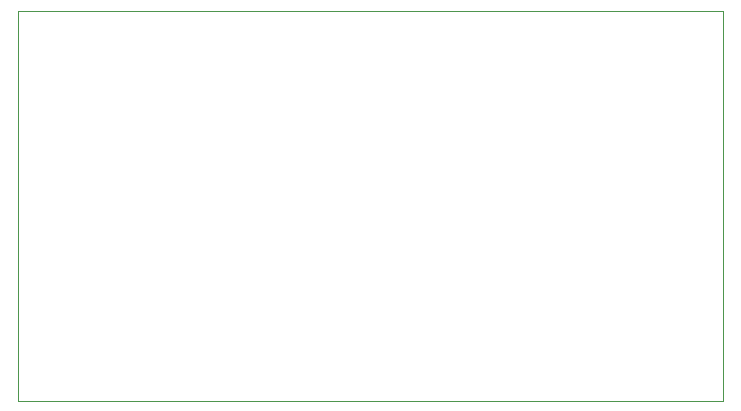
<source format=gbr>
G04 #@! TF.FileFunction,Profile,NP*
%FSLAX46Y46*%
G04 Gerber Fmt 4.6, Leading zero omitted, Abs format (unit mm)*
G04 Created by KiCad (PCBNEW 4.0.1-stable) date Sonntag, 27. Dezember 2015 21:34:01*
%MOMM*%
G01*
G04 APERTURE LIST*
%ADD10C,0.100000*%
G04 APERTURE END LIST*
D10*
X143510000Y-130810000D02*
X143510000Y-97790000D01*
X203200000Y-130810000D02*
X143510000Y-130810000D01*
X203200000Y-97790000D02*
X203200000Y-130810000D01*
X143510000Y-97790000D02*
X203200000Y-97790000D01*
M02*

</source>
